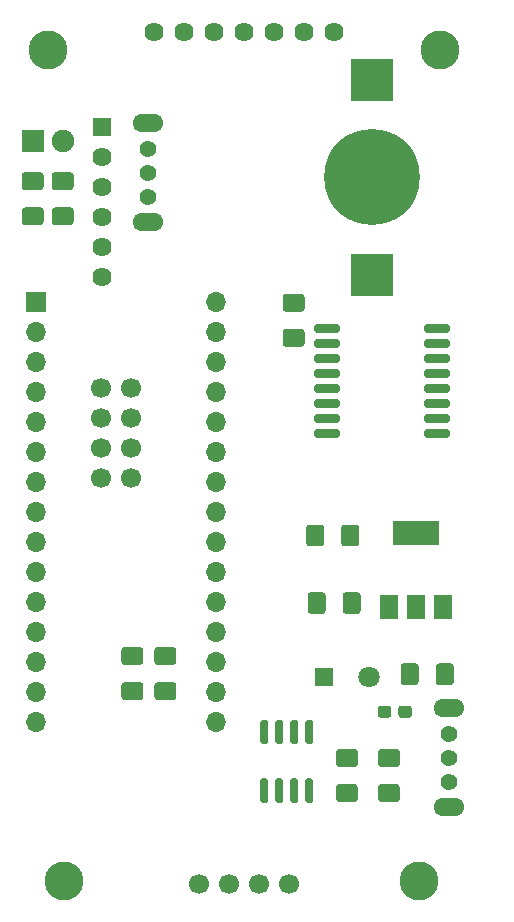
<source format=gbr>
%TF.GenerationSoftware,KiCad,Pcbnew,(5.1.6)-1*%
%TF.CreationDate,2021-10-22T11:30:52-04:00*%
%TF.ProjectId,main_board,6d61696e-5f62-46f6-9172-642e6b696361,rev?*%
%TF.SameCoordinates,Original*%
%TF.FileFunction,Soldermask,Top*%
%TF.FilePolarity,Negative*%
%FSLAX46Y46*%
G04 Gerber Fmt 4.6, Leading zero omitted, Abs format (unit mm)*
G04 Created by KiCad (PCBNEW (5.1.6)-1) date 2021-10-22 11:30:52*
%MOMM*%
%LPD*%
G01*
G04 APERTURE LIST*
%ADD10C,1.624000*%
%ADD11R,1.624000X1.624000*%
%ADD12C,1.424000*%
%ADD13O,2.624000X1.524000*%
%ADD14C,3.300000*%
%ADD15R,1.700000X1.700000*%
%ADD16O,1.700000X1.700000*%
%ADD17R,3.600000X3.600000*%
%ADD18C,8.100000*%
%ADD19R,1.900000X1.900000*%
%ADD20C,1.900000*%
%ADD21C,1.700000*%
%ADD22C,1.800000*%
%ADD23R,1.600000X1.600000*%
%ADD24R,3.900000X2.100000*%
%ADD25R,1.600000X2.100000*%
G04 APERTURE END LIST*
D10*
%TO.C,MICRO SD*%
X145478500Y-92138500D03*
X145478500Y-84518500D03*
D11*
X145478500Y-81978500D03*
D10*
X145478500Y-87058500D03*
X145478500Y-89598500D03*
X145478500Y-94678500D03*
%TD*%
D12*
%TO.C,switch2*%
X149352000Y-87884000D03*
X149352000Y-85852000D03*
X149352000Y-83820000D03*
D13*
X149352000Y-90043000D03*
X149352000Y-81661000D03*
%TD*%
D14*
%TO.C,REF\u002A\u002A*%
X140843000Y-75438000D03*
%TD*%
%TO.C,REF\u002A\u002A*%
X172275500Y-145796000D03*
%TD*%
%TO.C,REF\u002A\u002A*%
X174053500Y-75438000D03*
%TD*%
%TO.C,REF\u002A\u002A*%
X142240000Y-145796000D03*
%TD*%
D15*
%TO.C,ARDUINO NANO*%
X139890500Y-96837500D03*
D16*
X155130500Y-129857500D03*
X139890500Y-99377500D03*
X155130500Y-127317500D03*
X139890500Y-101917500D03*
X155130500Y-124777500D03*
X139890500Y-104457500D03*
X155130500Y-122237500D03*
X139890500Y-106997500D03*
X155130500Y-119697500D03*
X139890500Y-109537500D03*
X155130500Y-117157500D03*
X139890500Y-112077500D03*
X155130500Y-114617500D03*
X139890500Y-114617500D03*
X155130500Y-112077500D03*
X139890500Y-117157500D03*
X155130500Y-109537500D03*
X139890500Y-119697500D03*
X155130500Y-106997500D03*
X139890500Y-122237500D03*
X155130500Y-104457500D03*
X139890500Y-124777500D03*
X155130500Y-101917500D03*
X139890500Y-127317500D03*
X155130500Y-99377500D03*
X139890500Y-129857500D03*
X155130500Y-96837500D03*
X139890500Y-132397500D03*
X155130500Y-132397500D03*
%TD*%
D17*
%TO.C,CR1025*%
X168338500Y-94488000D03*
X168338500Y-77978000D03*
D18*
X168338500Y-86233000D03*
%TD*%
%TO.C,C1*%
G36*
G01*
X162328456Y-97636500D02*
X161013544Y-97636500D01*
G75*
G02*
X160746000Y-97368956I0J267544D01*
G01*
X160746000Y-96379044D01*
G75*
G02*
X161013544Y-96111500I267544J0D01*
G01*
X162328456Y-96111500D01*
G75*
G02*
X162596000Y-96379044I0J-267544D01*
G01*
X162596000Y-97368956D01*
G75*
G02*
X162328456Y-97636500I-267544J0D01*
G01*
G37*
G36*
G01*
X162328456Y-100611500D02*
X161013544Y-100611500D01*
G75*
G02*
X160746000Y-100343956I0J267544D01*
G01*
X160746000Y-99354044D01*
G75*
G02*
X161013544Y-99086500I267544J0D01*
G01*
X162328456Y-99086500D01*
G75*
G02*
X162596000Y-99354044I0J-267544D01*
G01*
X162596000Y-100343956D01*
G75*
G02*
X162328456Y-100611500I-267544J0D01*
G01*
G37*
%TD*%
%TO.C,C2*%
G36*
G01*
X165522044Y-134656000D02*
X166836956Y-134656000D01*
G75*
G02*
X167104500Y-134923544I0J-267544D01*
G01*
X167104500Y-135913456D01*
G75*
G02*
X166836956Y-136181000I-267544J0D01*
G01*
X165522044Y-136181000D01*
G75*
G02*
X165254500Y-135913456I0J267544D01*
G01*
X165254500Y-134923544D01*
G75*
G02*
X165522044Y-134656000I267544J0D01*
G01*
G37*
G36*
G01*
X165522044Y-137631000D02*
X166836956Y-137631000D01*
G75*
G02*
X167104500Y-137898544I0J-267544D01*
G01*
X167104500Y-138888456D01*
G75*
G02*
X166836956Y-139156000I-267544J0D01*
G01*
X165522044Y-139156000D01*
G75*
G02*
X165254500Y-138888456I0J267544D01*
G01*
X165254500Y-137898544D01*
G75*
G02*
X165522044Y-137631000I267544J0D01*
G01*
G37*
%TD*%
%TO.C,C3*%
G36*
G01*
X162723000Y-117243456D02*
X162723000Y-115928544D01*
G75*
G02*
X162990544Y-115661000I267544J0D01*
G01*
X163980456Y-115661000D01*
G75*
G02*
X164248000Y-115928544I0J-267544D01*
G01*
X164248000Y-117243456D01*
G75*
G02*
X163980456Y-117511000I-267544J0D01*
G01*
X162990544Y-117511000D01*
G75*
G02*
X162723000Y-117243456I0J267544D01*
G01*
G37*
G36*
G01*
X165698000Y-117243456D02*
X165698000Y-115928544D01*
G75*
G02*
X165965544Y-115661000I267544J0D01*
G01*
X166955456Y-115661000D01*
G75*
G02*
X167223000Y-115928544I0J-267544D01*
G01*
X167223000Y-117243456D01*
G75*
G02*
X166955456Y-117511000I-267544J0D01*
G01*
X165965544Y-117511000D01*
G75*
G02*
X165698000Y-117243456I0J267544D01*
G01*
G37*
%TD*%
%TO.C,C4*%
G36*
G01*
X165825000Y-122958456D02*
X165825000Y-121643544D01*
G75*
G02*
X166092544Y-121376000I267544J0D01*
G01*
X167082456Y-121376000D01*
G75*
G02*
X167350000Y-121643544I0J-267544D01*
G01*
X167350000Y-122958456D01*
G75*
G02*
X167082456Y-123226000I-267544J0D01*
G01*
X166092544Y-123226000D01*
G75*
G02*
X165825000Y-122958456I0J267544D01*
G01*
G37*
G36*
G01*
X162850000Y-122958456D02*
X162850000Y-121643544D01*
G75*
G02*
X163117544Y-121376000I267544J0D01*
G01*
X164107456Y-121376000D01*
G75*
G02*
X164375000Y-121643544I0J-267544D01*
G01*
X164375000Y-122958456D01*
G75*
G02*
X164107456Y-123226000I-267544J0D01*
G01*
X163117544Y-123226000D01*
G75*
G02*
X162850000Y-122958456I0J267544D01*
G01*
G37*
%TD*%
%TO.C,D1*%
G36*
G01*
X175224000Y-127676044D02*
X175224000Y-128990956D01*
G75*
G02*
X174956456Y-129258500I-267544J0D01*
G01*
X173966544Y-129258500D01*
G75*
G02*
X173699000Y-128990956I0J267544D01*
G01*
X173699000Y-127676044D01*
G75*
G02*
X173966544Y-127408500I267544J0D01*
G01*
X174956456Y-127408500D01*
G75*
G02*
X175224000Y-127676044I0J-267544D01*
G01*
G37*
G36*
G01*
X172249000Y-127676044D02*
X172249000Y-128990956D01*
G75*
G02*
X171981456Y-129258500I-267544J0D01*
G01*
X170991544Y-129258500D01*
G75*
G02*
X170724000Y-128990956I0J267544D01*
G01*
X170724000Y-127676044D01*
G75*
G02*
X170991544Y-127408500I267544J0D01*
G01*
X171981456Y-127408500D01*
G75*
G02*
X172249000Y-127676044I0J-267544D01*
G01*
G37*
%TD*%
D19*
%TO.C,D2*%
X139573000Y-83185000D03*
D20*
X142113000Y-83185000D03*
%TD*%
%TO.C,F1*%
G36*
G01*
X171693500Y-131246000D02*
X171693500Y-131771000D01*
G75*
G02*
X171431000Y-132033500I-262500J0D01*
G01*
X170806000Y-132033500D01*
G75*
G02*
X170543500Y-131771000I0J262500D01*
G01*
X170543500Y-131246000D01*
G75*
G02*
X170806000Y-130983500I262500J0D01*
G01*
X171431000Y-130983500D01*
G75*
G02*
X171693500Y-131246000I0J-262500D01*
G01*
G37*
G36*
G01*
X169943500Y-131246000D02*
X169943500Y-131771000D01*
G75*
G02*
X169681000Y-132033500I-262500J0D01*
G01*
X169056000Y-132033500D01*
G75*
G02*
X168793500Y-131771000I0J262500D01*
G01*
X168793500Y-131246000D01*
G75*
G02*
X169056000Y-130983500I262500J0D01*
G01*
X169681000Y-130983500D01*
G75*
G02*
X169943500Y-131246000I0J-262500D01*
G01*
G37*
%TD*%
D21*
%TO.C,nRF24L01+1*%
X147891500Y-106616500D03*
X145351500Y-106616500D03*
X145351500Y-111696500D03*
X145351500Y-109156500D03*
X147891500Y-109156500D03*
X147891500Y-111696500D03*
X147891500Y-104076500D03*
X145351500Y-104076500D03*
%TD*%
D22*
%TO.C,POWER*%
X168084500Y-128587500D03*
D23*
X164274500Y-128587500D03*
%TD*%
%TO.C,R1*%
G36*
G01*
X142770456Y-90324500D02*
X141455544Y-90324500D01*
G75*
G02*
X141188000Y-90056956I0J267544D01*
G01*
X141188000Y-89067044D01*
G75*
G02*
X141455544Y-88799500I267544J0D01*
G01*
X142770456Y-88799500D01*
G75*
G02*
X143038000Y-89067044I0J-267544D01*
G01*
X143038000Y-90056956D01*
G75*
G02*
X142770456Y-90324500I-267544J0D01*
G01*
G37*
G36*
G01*
X142770456Y-87349500D02*
X141455544Y-87349500D01*
G75*
G02*
X141188000Y-87081956I0J267544D01*
G01*
X141188000Y-86092044D01*
G75*
G02*
X141455544Y-85824500I267544J0D01*
G01*
X142770456Y-85824500D01*
G75*
G02*
X143038000Y-86092044I0J-267544D01*
G01*
X143038000Y-87081956D01*
G75*
G02*
X142770456Y-87349500I-267544J0D01*
G01*
G37*
%TD*%
%TO.C,R2*%
G36*
G01*
X170392956Y-136181000D02*
X169078044Y-136181000D01*
G75*
G02*
X168810500Y-135913456I0J267544D01*
G01*
X168810500Y-134923544D01*
G75*
G02*
X169078044Y-134656000I267544J0D01*
G01*
X170392956Y-134656000D01*
G75*
G02*
X170660500Y-134923544I0J-267544D01*
G01*
X170660500Y-135913456D01*
G75*
G02*
X170392956Y-136181000I-267544J0D01*
G01*
G37*
G36*
G01*
X170392956Y-139156000D02*
X169078044Y-139156000D01*
G75*
G02*
X168810500Y-138888456I0J267544D01*
G01*
X168810500Y-137898544D01*
G75*
G02*
X169078044Y-137631000I267544J0D01*
G01*
X170392956Y-137631000D01*
G75*
G02*
X170660500Y-137898544I0J-267544D01*
G01*
X170660500Y-138888456D01*
G75*
G02*
X170392956Y-139156000I-267544J0D01*
G01*
G37*
%TD*%
%TO.C,R3*%
G36*
G01*
X151469956Y-130520000D02*
X150155044Y-130520000D01*
G75*
G02*
X149887500Y-130252456I0J267544D01*
G01*
X149887500Y-129262544D01*
G75*
G02*
X150155044Y-128995000I267544J0D01*
G01*
X151469956Y-128995000D01*
G75*
G02*
X151737500Y-129262544I0J-267544D01*
G01*
X151737500Y-130252456D01*
G75*
G02*
X151469956Y-130520000I-267544J0D01*
G01*
G37*
G36*
G01*
X151469956Y-127545000D02*
X150155044Y-127545000D01*
G75*
G02*
X149887500Y-127277456I0J267544D01*
G01*
X149887500Y-126287544D01*
G75*
G02*
X150155044Y-126020000I267544J0D01*
G01*
X151469956Y-126020000D01*
G75*
G02*
X151737500Y-126287544I0J-267544D01*
G01*
X151737500Y-127277456D01*
G75*
G02*
X151469956Y-127545000I-267544J0D01*
G01*
G37*
%TD*%
%TO.C,R4*%
G36*
G01*
X148675956Y-127545000D02*
X147361044Y-127545000D01*
G75*
G02*
X147093500Y-127277456I0J267544D01*
G01*
X147093500Y-126287544D01*
G75*
G02*
X147361044Y-126020000I267544J0D01*
G01*
X148675956Y-126020000D01*
G75*
G02*
X148943500Y-126287544I0J-267544D01*
G01*
X148943500Y-127277456D01*
G75*
G02*
X148675956Y-127545000I-267544J0D01*
G01*
G37*
G36*
G01*
X148675956Y-130520000D02*
X147361044Y-130520000D01*
G75*
G02*
X147093500Y-130252456I0J267544D01*
G01*
X147093500Y-129262544D01*
G75*
G02*
X147361044Y-128995000I267544J0D01*
G01*
X148675956Y-128995000D01*
G75*
G02*
X148943500Y-129262544I0J-267544D01*
G01*
X148943500Y-130252456D01*
G75*
G02*
X148675956Y-130520000I-267544J0D01*
G01*
G37*
%TD*%
%TO.C,R5*%
G36*
G01*
X140230456Y-90324500D02*
X138915544Y-90324500D01*
G75*
G02*
X138648000Y-90056956I0J267544D01*
G01*
X138648000Y-89067044D01*
G75*
G02*
X138915544Y-88799500I267544J0D01*
G01*
X140230456Y-88799500D01*
G75*
G02*
X140498000Y-89067044I0J-267544D01*
G01*
X140498000Y-90056956D01*
G75*
G02*
X140230456Y-90324500I-267544J0D01*
G01*
G37*
G36*
G01*
X140230456Y-87349500D02*
X138915544Y-87349500D01*
G75*
G02*
X138648000Y-87081956I0J267544D01*
G01*
X138648000Y-86092044D01*
G75*
G02*
X138915544Y-85824500I267544J0D01*
G01*
X140230456Y-85824500D01*
G75*
G02*
X140498000Y-86092044I0J-267544D01*
G01*
X140498000Y-87081956D01*
G75*
G02*
X140230456Y-87349500I-267544J0D01*
G01*
G37*
%TD*%
D12*
%TO.C,switch1*%
X174815500Y-133350000D03*
X174815500Y-135382000D03*
X174815500Y-137414000D03*
D13*
X174815500Y-131191000D03*
X174815500Y-139573000D03*
%TD*%
%TO.C,DS3231*%
G36*
G01*
X163439000Y-99235000D02*
X163439000Y-98885000D01*
G75*
G02*
X163614000Y-98710000I175000J0D01*
G01*
X165414000Y-98710000D01*
G75*
G02*
X165589000Y-98885000I0J-175000D01*
G01*
X165589000Y-99235000D01*
G75*
G02*
X165414000Y-99410000I-175000J0D01*
G01*
X163614000Y-99410000D01*
G75*
G02*
X163439000Y-99235000I0J175000D01*
G01*
G37*
G36*
G01*
X163439000Y-100505000D02*
X163439000Y-100155000D01*
G75*
G02*
X163614000Y-99980000I175000J0D01*
G01*
X165414000Y-99980000D01*
G75*
G02*
X165589000Y-100155000I0J-175000D01*
G01*
X165589000Y-100505000D01*
G75*
G02*
X165414000Y-100680000I-175000J0D01*
G01*
X163614000Y-100680000D01*
G75*
G02*
X163439000Y-100505000I0J175000D01*
G01*
G37*
G36*
G01*
X163439000Y-101775000D02*
X163439000Y-101425000D01*
G75*
G02*
X163614000Y-101250000I175000J0D01*
G01*
X165414000Y-101250000D01*
G75*
G02*
X165589000Y-101425000I0J-175000D01*
G01*
X165589000Y-101775000D01*
G75*
G02*
X165414000Y-101950000I-175000J0D01*
G01*
X163614000Y-101950000D01*
G75*
G02*
X163439000Y-101775000I0J175000D01*
G01*
G37*
G36*
G01*
X163439000Y-103045000D02*
X163439000Y-102695000D01*
G75*
G02*
X163614000Y-102520000I175000J0D01*
G01*
X165414000Y-102520000D01*
G75*
G02*
X165589000Y-102695000I0J-175000D01*
G01*
X165589000Y-103045000D01*
G75*
G02*
X165414000Y-103220000I-175000J0D01*
G01*
X163614000Y-103220000D01*
G75*
G02*
X163439000Y-103045000I0J175000D01*
G01*
G37*
G36*
G01*
X163439000Y-104315000D02*
X163439000Y-103965000D01*
G75*
G02*
X163614000Y-103790000I175000J0D01*
G01*
X165414000Y-103790000D01*
G75*
G02*
X165589000Y-103965000I0J-175000D01*
G01*
X165589000Y-104315000D01*
G75*
G02*
X165414000Y-104490000I-175000J0D01*
G01*
X163614000Y-104490000D01*
G75*
G02*
X163439000Y-104315000I0J175000D01*
G01*
G37*
G36*
G01*
X163439000Y-105585000D02*
X163439000Y-105235000D01*
G75*
G02*
X163614000Y-105060000I175000J0D01*
G01*
X165414000Y-105060000D01*
G75*
G02*
X165589000Y-105235000I0J-175000D01*
G01*
X165589000Y-105585000D01*
G75*
G02*
X165414000Y-105760000I-175000J0D01*
G01*
X163614000Y-105760000D01*
G75*
G02*
X163439000Y-105585000I0J175000D01*
G01*
G37*
G36*
G01*
X163439000Y-106855000D02*
X163439000Y-106505000D01*
G75*
G02*
X163614000Y-106330000I175000J0D01*
G01*
X165414000Y-106330000D01*
G75*
G02*
X165589000Y-106505000I0J-175000D01*
G01*
X165589000Y-106855000D01*
G75*
G02*
X165414000Y-107030000I-175000J0D01*
G01*
X163614000Y-107030000D01*
G75*
G02*
X163439000Y-106855000I0J175000D01*
G01*
G37*
G36*
G01*
X163439000Y-108125000D02*
X163439000Y-107775000D01*
G75*
G02*
X163614000Y-107600000I175000J0D01*
G01*
X165414000Y-107600000D01*
G75*
G02*
X165589000Y-107775000I0J-175000D01*
G01*
X165589000Y-108125000D01*
G75*
G02*
X165414000Y-108300000I-175000J0D01*
G01*
X163614000Y-108300000D01*
G75*
G02*
X163439000Y-108125000I0J175000D01*
G01*
G37*
G36*
G01*
X172739000Y-108125000D02*
X172739000Y-107775000D01*
G75*
G02*
X172914000Y-107600000I175000J0D01*
G01*
X174714000Y-107600000D01*
G75*
G02*
X174889000Y-107775000I0J-175000D01*
G01*
X174889000Y-108125000D01*
G75*
G02*
X174714000Y-108300000I-175000J0D01*
G01*
X172914000Y-108300000D01*
G75*
G02*
X172739000Y-108125000I0J175000D01*
G01*
G37*
G36*
G01*
X172739000Y-106855000D02*
X172739000Y-106505000D01*
G75*
G02*
X172914000Y-106330000I175000J0D01*
G01*
X174714000Y-106330000D01*
G75*
G02*
X174889000Y-106505000I0J-175000D01*
G01*
X174889000Y-106855000D01*
G75*
G02*
X174714000Y-107030000I-175000J0D01*
G01*
X172914000Y-107030000D01*
G75*
G02*
X172739000Y-106855000I0J175000D01*
G01*
G37*
G36*
G01*
X172739000Y-105585000D02*
X172739000Y-105235000D01*
G75*
G02*
X172914000Y-105060000I175000J0D01*
G01*
X174714000Y-105060000D01*
G75*
G02*
X174889000Y-105235000I0J-175000D01*
G01*
X174889000Y-105585000D01*
G75*
G02*
X174714000Y-105760000I-175000J0D01*
G01*
X172914000Y-105760000D01*
G75*
G02*
X172739000Y-105585000I0J175000D01*
G01*
G37*
G36*
G01*
X172739000Y-104315000D02*
X172739000Y-103965000D01*
G75*
G02*
X172914000Y-103790000I175000J0D01*
G01*
X174714000Y-103790000D01*
G75*
G02*
X174889000Y-103965000I0J-175000D01*
G01*
X174889000Y-104315000D01*
G75*
G02*
X174714000Y-104490000I-175000J0D01*
G01*
X172914000Y-104490000D01*
G75*
G02*
X172739000Y-104315000I0J175000D01*
G01*
G37*
G36*
G01*
X172739000Y-103045000D02*
X172739000Y-102695000D01*
G75*
G02*
X172914000Y-102520000I175000J0D01*
G01*
X174714000Y-102520000D01*
G75*
G02*
X174889000Y-102695000I0J-175000D01*
G01*
X174889000Y-103045000D01*
G75*
G02*
X174714000Y-103220000I-175000J0D01*
G01*
X172914000Y-103220000D01*
G75*
G02*
X172739000Y-103045000I0J175000D01*
G01*
G37*
G36*
G01*
X172739000Y-101775000D02*
X172739000Y-101425000D01*
G75*
G02*
X172914000Y-101250000I175000J0D01*
G01*
X174714000Y-101250000D01*
G75*
G02*
X174889000Y-101425000I0J-175000D01*
G01*
X174889000Y-101775000D01*
G75*
G02*
X174714000Y-101950000I-175000J0D01*
G01*
X172914000Y-101950000D01*
G75*
G02*
X172739000Y-101775000I0J175000D01*
G01*
G37*
G36*
G01*
X172739000Y-100505000D02*
X172739000Y-100155000D01*
G75*
G02*
X172914000Y-99980000I175000J0D01*
G01*
X174714000Y-99980000D01*
G75*
G02*
X174889000Y-100155000I0J-175000D01*
G01*
X174889000Y-100505000D01*
G75*
G02*
X174714000Y-100680000I-175000J0D01*
G01*
X172914000Y-100680000D01*
G75*
G02*
X172739000Y-100505000I0J175000D01*
G01*
G37*
G36*
G01*
X172739000Y-99235000D02*
X172739000Y-98885000D01*
G75*
G02*
X172914000Y-98710000I175000J0D01*
G01*
X174714000Y-98710000D01*
G75*
G02*
X174889000Y-98885000I0J-175000D01*
G01*
X174889000Y-99235000D01*
G75*
G02*
X174714000Y-99410000I-175000J0D01*
G01*
X172914000Y-99410000D01*
G75*
G02*
X172739000Y-99235000I0J175000D01*
G01*
G37*
%TD*%
%TO.C,INA219*%
G36*
G01*
X159369500Y-139199500D02*
X159019500Y-139199500D01*
G75*
G02*
X158844500Y-139024500I0J175000D01*
G01*
X158844500Y-137324500D01*
G75*
G02*
X159019500Y-137149500I175000J0D01*
G01*
X159369500Y-137149500D01*
G75*
G02*
X159544500Y-137324500I0J-175000D01*
G01*
X159544500Y-139024500D01*
G75*
G02*
X159369500Y-139199500I-175000J0D01*
G01*
G37*
G36*
G01*
X160639500Y-139199500D02*
X160289500Y-139199500D01*
G75*
G02*
X160114500Y-139024500I0J175000D01*
G01*
X160114500Y-137324500D01*
G75*
G02*
X160289500Y-137149500I175000J0D01*
G01*
X160639500Y-137149500D01*
G75*
G02*
X160814500Y-137324500I0J-175000D01*
G01*
X160814500Y-139024500D01*
G75*
G02*
X160639500Y-139199500I-175000J0D01*
G01*
G37*
G36*
G01*
X161909500Y-139199500D02*
X161559500Y-139199500D01*
G75*
G02*
X161384500Y-139024500I0J175000D01*
G01*
X161384500Y-137324500D01*
G75*
G02*
X161559500Y-137149500I175000J0D01*
G01*
X161909500Y-137149500D01*
G75*
G02*
X162084500Y-137324500I0J-175000D01*
G01*
X162084500Y-139024500D01*
G75*
G02*
X161909500Y-139199500I-175000J0D01*
G01*
G37*
G36*
G01*
X163179500Y-139199500D02*
X162829500Y-139199500D01*
G75*
G02*
X162654500Y-139024500I0J175000D01*
G01*
X162654500Y-137324500D01*
G75*
G02*
X162829500Y-137149500I175000J0D01*
G01*
X163179500Y-137149500D01*
G75*
G02*
X163354500Y-137324500I0J-175000D01*
G01*
X163354500Y-139024500D01*
G75*
G02*
X163179500Y-139199500I-175000J0D01*
G01*
G37*
G36*
G01*
X163179500Y-134249500D02*
X162829500Y-134249500D01*
G75*
G02*
X162654500Y-134074500I0J175000D01*
G01*
X162654500Y-132374500D01*
G75*
G02*
X162829500Y-132199500I175000J0D01*
G01*
X163179500Y-132199500D01*
G75*
G02*
X163354500Y-132374500I0J-175000D01*
G01*
X163354500Y-134074500D01*
G75*
G02*
X163179500Y-134249500I-175000J0D01*
G01*
G37*
G36*
G01*
X161909500Y-134249500D02*
X161559500Y-134249500D01*
G75*
G02*
X161384500Y-134074500I0J175000D01*
G01*
X161384500Y-132374500D01*
G75*
G02*
X161559500Y-132199500I175000J0D01*
G01*
X161909500Y-132199500D01*
G75*
G02*
X162084500Y-132374500I0J-175000D01*
G01*
X162084500Y-134074500D01*
G75*
G02*
X161909500Y-134249500I-175000J0D01*
G01*
G37*
G36*
G01*
X160639500Y-134249500D02*
X160289500Y-134249500D01*
G75*
G02*
X160114500Y-134074500I0J175000D01*
G01*
X160114500Y-132374500D01*
G75*
G02*
X160289500Y-132199500I175000J0D01*
G01*
X160639500Y-132199500D01*
G75*
G02*
X160814500Y-132374500I0J-175000D01*
G01*
X160814500Y-134074500D01*
G75*
G02*
X160639500Y-134249500I-175000J0D01*
G01*
G37*
G36*
G01*
X159369500Y-134249500D02*
X159019500Y-134249500D01*
G75*
G02*
X158844500Y-134074500I0J175000D01*
G01*
X158844500Y-132374500D01*
G75*
G02*
X159019500Y-132199500I175000J0D01*
G01*
X159369500Y-132199500D01*
G75*
G02*
X159544500Y-132374500I0J-175000D01*
G01*
X159544500Y-134074500D01*
G75*
G02*
X159369500Y-134249500I-175000J0D01*
G01*
G37*
%TD*%
D24*
%TO.C,5V*%
X172021500Y-116357000D03*
D25*
X172021500Y-122657000D03*
X174321500Y-122657000D03*
X169721500Y-122657000D03*
%TD*%
D21*
%TO.C,STAGE*%
X161290000Y-146050000D03*
X158750000Y-146050000D03*
X156210000Y-146050000D03*
X153670000Y-146050000D03*
%TD*%
D10*
%TO.C,U1*%
X165100000Y-73914000D03*
X162560000Y-73914000D03*
X160020000Y-73914000D03*
X157480000Y-73914000D03*
X154940000Y-73914000D03*
X152400000Y-73914000D03*
X149860000Y-73914000D03*
%TD*%
M02*

</source>
